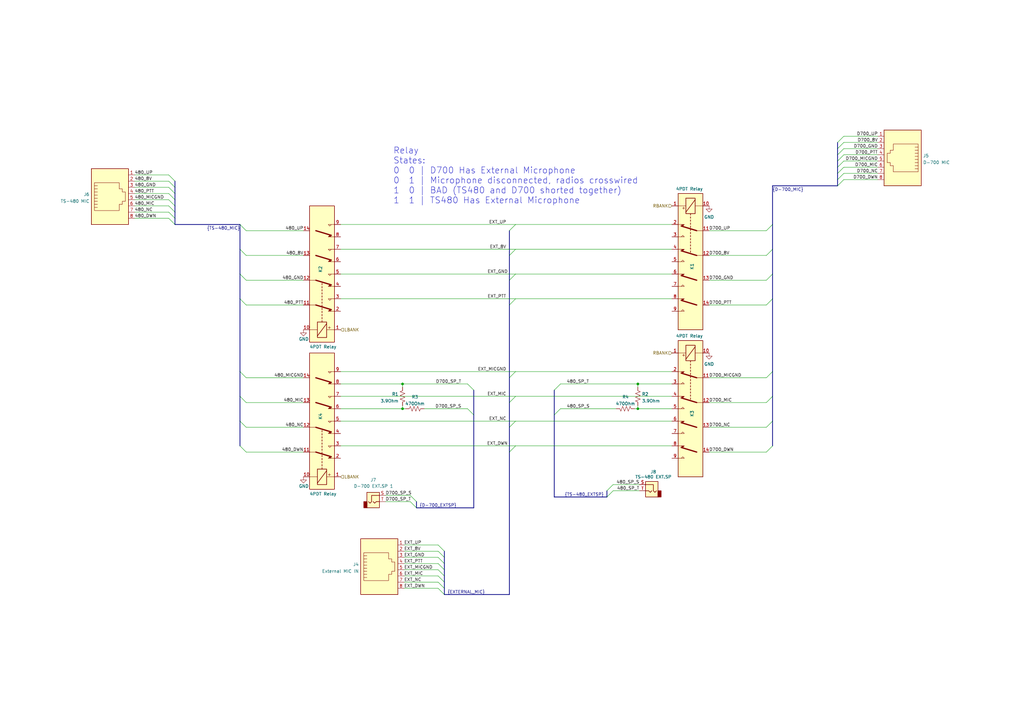
<source format=kicad_sch>
(kicad_sch (version 20211123) (generator eeschema)
  (paper "A3")
  (lib_symbols
    (symbol "Connector:AudioJack2"
      (property "Reference" "J" (at 0 8.89 0))
      (property "Value" "AudioJack2" (at 0 6.35 0))
      (symbol "AudioJack2_0_1"
        (rectangle (start -3.81 0) (end -2.54 -2.54) (stroke (width 0.254)) (fill (type outline)))
        (rectangle (start -2.54 3.81) (end 2.54 -2.54) (stroke (width 0.254)) (fill (type background)))
        (polyline (pts (xy 0 0) (xy 0.635 -0.635) (xy 1.27 0) (xy 2.54 0)) (stroke (width 0.254)))
        (polyline (pts (xy 2.54 2.54) (xy -0.635 2.54) (xy -0.635 0) (xy -1.27 -0.635) (xy -1.905 0)) (stroke (width 0.254)))
      )
      (symbol "AudioJack2_1_1"
        (pin passive line (at 5.08 2.54 180) (length 2.54) (name "~") (number "S"))
        (pin passive line (at 5.08 0 180) (length 2.54) (name "~") (number "T"))
      )
    )
    (symbol "Connector:RJ45" (pin_names (offset 1.016))
      (property "Reference" "J" (at -5.08 13.97 0))
      (property "Value" "RJ45" (at 2.54 13.97 0))
      (symbol "RJ45_0_1"
        (polyline (pts (xy -5.08 4.445) (xy -6.35 4.445)))
        (polyline (pts (xy -5.08 5.715) (xy -6.35 5.715)))
        (polyline (pts (xy -6.35 -3.175) (xy -5.08 -3.175) (xy -5.08 -3.175)))
        (polyline (pts (xy -6.35 -1.905) (xy -5.08 -1.905) (xy -5.08 -1.905)))
        (polyline (pts (xy -6.35 -0.635) (xy -5.08 -0.635) (xy -5.08 -0.635)))
        (polyline (pts (xy -6.35 0.635) (xy -5.08 0.635) (xy -5.08 0.635)))
        (polyline (pts (xy -6.35 1.905) (xy -5.08 1.905) (xy -5.08 1.905)))
        (polyline (pts (xy -5.08 3.175) (xy -6.35 3.175) (xy -6.35 3.175)))
        (polyline (pts (xy -6.35 -4.445) (xy -6.35 6.985) (xy 3.81 6.985) (xy 3.81 4.445) (xy 5.08 4.445) (xy 5.08 3.175) (xy 6.35 3.175) (xy 6.35 -0.635) (xy 5.08 -0.635) (xy 5.08 -1.905) (xy 3.81 -1.905) (xy 3.81 -4.445) (xy -6.35 -4.445) (xy -6.35 -4.445)))
        (rectangle (start 7.62 12.7) (end -7.62 -10.16) (stroke (width 0.254)) (fill (type background)))
      )
      (symbol "RJ45_1_1"
        (pin passive line (at 10.16 -7.62 180) (length 2.54) (name "~") (number "1"))
        (pin passive line (at 10.16 -5.08 180) (length 2.54) (name "~") (number "2"))
        (pin passive line (at 10.16 -2.54 180) (length 2.54) (name "~") (number "3"))
        (pin passive line (at 10.16 0 180) (length 2.54) (name "~") (number "4"))
        (pin passive line (at 10.16 2.54 180) (length 2.54) (name "~") (number "5"))
        (pin passive line (at 10.16 5.08 180) (length 2.54) (name "~") (number "6"))
        (pin passive line (at 10.16 7.62 180) (length 2.54) (name "~") (number "7"))
        (pin passive line (at 10.16 10.16 180) (length 2.54) (name "~") (number "8"))
      )
    )
    (symbol "Device:R_US" (pin_numbers hide) (pin_names (offset 0))
      (property "Reference" "R" (at 2.54 0 90))
      (property "Value" "R_US" (at -2.54 0 90))
      (symbol "R_US_0_1"
        (polyline (pts (xy 0 -2.286) (xy 0 -2.54)))
        (polyline (pts (xy 0 2.286) (xy 0 2.54)))
        (polyline (pts (xy 0 -0.762) (xy 1.016 -1.143) (xy 0 -1.524) (xy -1.016 -1.905) (xy 0 -2.286)))
        (polyline (pts (xy 0 0.762) (xy 1.016 0.381) (xy 0 0) (xy -1.016 -0.381) (xy 0 -0.762)))
        (polyline (pts (xy 0 2.286) (xy 1.016 1.905) (xy 0 1.524) (xy -1.016 1.143) (xy 0 0.762)))
      )
      (symbol "R_US_1_1"
        (pin passive line (at 0 3.81 270) (length 1.27) (name "~") (number "1"))
        (pin passive line (at 0 -3.81 90) (length 1.27) (name "~") (number "2"))
      )
    )
    (symbol "Relay:EC2-3NU"
      (property "Reference" "K?" (at 16.002 0.9085 0))
      (property "Value" "4PDT Relay" (at 16.002 -1.8666 0))
      (symbol "EC2-3NU_1_1"
        (rectangle (start -15.24 5.08) (end 40.64 -5.08) (stroke (width 0.254)) (fill (type background)))
        (rectangle (start -13.335 1.905) (end -6.985 -1.905) (stroke (width 0.254)))
        (polyline (pts (xy -12.7 -1.905) (xy -7.62 1.905)) (stroke (width 0.254)))
        (polyline (pts (xy -10.16 -5.08) (xy -10.16 -1.905)))
        (polyline (pts (xy -10.16 5.08) (xy -10.16 1.905)))
        (polyline (pts (xy -6.985 0) (xy -6.35 0)) (stroke (width 0.254)))
        (polyline (pts (xy -5.715 0) (xy -5.08 0)) (stroke (width 0.254)))
        (polyline (pts (xy -4.445 0) (xy -3.81 0)) (stroke (width 0.254)))
        (polyline (pts (xy -3.175 0) (xy -2.54 0)) (stroke (width 0.254)))
        (polyline (pts (xy -1.905 0) (xy -1.27 0)) (stroke (width 0.254)))
        (polyline (pts (xy -0.635 0) (xy 0 0)) (stroke (width 0.254)))
        (polyline (pts (xy 0 -2.54) (xy -1.905 3.81)) (stroke (width 0.508)))
        (polyline (pts (xy 0 -2.54) (xy 0 -5.08)))
        (polyline (pts (xy 0.635 0) (xy 1.27 0)) (stroke (width 0.254)))
        (polyline (pts (xy 1.905 0) (xy 2.54 0)) (stroke (width 0.254)))
        (polyline (pts (xy 3.175 0) (xy 3.81 0)) (stroke (width 0.254)))
        (polyline (pts (xy 4.445 0) (xy 5.08 0)) (stroke (width 0.254)))
        (polyline (pts (xy 5.715 0) (xy 6.35 0)) (stroke (width 0.254)))
        (polyline (pts (xy 6.985 0) (xy 7.62 0)) (stroke (width 0.254)))
        (polyline (pts (xy 8.255 0) (xy 8.89 0)) (stroke (width 0.254)))
        (polyline (pts (xy 10.16 -2.54) (xy 8.255 3.81)) (stroke (width 0.508)))
        (polyline (pts (xy 10.16 -2.54) (xy 10.16 -5.08)))
        (polyline (pts (xy 20.32 -2.54) (xy 18.415 3.81)) (stroke (width 0.508)))
        (polyline (pts (xy 30.48 -2.54) (xy 28.575 3.81)) (stroke (width 0.508)))
        (polyline (pts (xy -2.54 5.08) (xy -2.54 2.54) (xy -1.905 3.175) (xy -2.54 3.81)) (fill (type outline)))
        (polyline (pts (xy 2.54 5.08) (xy 2.54 2.54) (xy 1.905 3.175) (xy 2.54 3.81)))
        (polyline (pts (xy 7.62 5.08) (xy 7.62 2.54) (xy 8.255 3.175) (xy 7.62 3.81)) (fill (type outline)))
        (polyline (pts (xy 12.7 5.08) (xy 12.7 2.54) (xy 12.065 3.175) (xy 12.7 3.81)))
        (polyline (pts (xy 17.78 5.08) (xy 17.78 2.54) (xy 18.415 3.175) (xy 17.78 3.81)) (fill (type outline)))
        (polyline (pts (xy 22.86 5.08) (xy 22.86 2.54) (xy 22.225 3.175) (xy 22.86 3.81)))
        (polyline (pts (xy 27.94 5.08) (xy 27.94 2.54) (xy 28.575 3.175) (xy 27.94 3.81)) (fill (type outline)))
        (polyline (pts (xy 33.02 5.08) (xy 33.02 2.54) (xy 32.385 3.175) (xy 33.02 3.81)))
        (text "+" (at -9.271 2.921 0) (effects (font (size 1.27 1.27))))
        (pin passive line (at -10.16 7.62 270) (length 2.54) (name "~") (number "1"))
        (pin passive line (at -10.16 -7.62 90) (length 2.54) (name "~") (number "10"))
        (pin passive line (at 0 -7.62 90) (length 2.54) (name "~") (number "11"))
        (pin passive line (at 10.16 -7.62 90) (length 2.54) (name "~") (number "12"))
        (pin passive line (at 20.32 -7.62 90) (length 2.54) (name "~") (number "13"))
        (pin passive line (at 30.48 -7.62 90) (length 2.54) (name "~") (number "14"))
        (pin passive line (at -2.54 7.62 270) (length 2.54) (name "~") (number "2"))
        (pin passive line (at 2.54 7.62 270) (length 2.54) (name "~") (number "3"))
        (pin passive line (at 7.62 7.62 270) (length 2.54) (name "~") (number "4"))
        (pin passive line (at 12.7 7.62 270) (length 2.54) (name "~") (number "5"))
        (pin passive line (at 17.78 7.62 270) (length 2.54) (name "~") (number "6"))
        (pin passive line (at 22.86 7.62 270) (length 2.54) (name "~") (number "7"))
        (pin passive line (at 27.94 7.62 270) (length 2.54) (name "~") (number "8"))
        (pin passive line (at 33.02 7.62 270) (length 2.54) (name "~") (number "9"))
      )
    )
    (symbol "power:GND" (power) (pin_names (offset 0))
      (property "Value" "GND" (at 0 -3.81 0))
      (symbol "GND_0_1"
        (polyline (pts (xy 0 0) (xy 0 -1.27) (xy 1.27 -1.27) (xy 0 -2.54) (xy -1.27 -1.27) (xy 0 -1.27)))
      )
      (symbol "GND_1_1"
        (pin power_in line (at 0 0 270) (length 0) hide (name "GND") (number "1"))
      )
    )
  )
  (bus_alias "D-700_EXTSP1" (members "SP_T" "SP_S"))
  (bus_alias "TS-480_EXTSP" (members "SP_T" "SP_S"))
  (bus_alias "D-700_EXTSP2" (members "SP_T" "SP_S"))
  (bus_alias "TS-480_MIC" (members "UP" "8V" "GND" "PTT" "MICGND" "MIC" "NC" "DWN"))
  (bus_alias "EXTERNAL_MIC" (members "UP" "8V" "GND" "PTT" "MICGND" "MIC" "NC" "DWN"))
  (bus_alias "D-700_MIC" (members "UP" "8V" "GND" "PTT" "MICGND" "MIC" "NC" "DWN"))
  (junction (at 261.62 167.64))
  (junction (at 165.1 157.48))
  (junction (at 165.1 167.64))
  (junction (at 261.62 157.48))
  (bus_entry (at 179.705 231.14) (size 2.54 2.54))
  (bus_entry (at 179.705 241.3) (size 2.54 2.54))
  (bus_entry (at 316.865 172.72) (size -2.54 2.54))
  (bus_entry (at 98.425 182.88) (size 2.54 2.54))
  (bus_entry (at 346.075 63.5) (size -2.54 2.54))
  (bus_entry (at 179.705 238.76) (size 2.54 2.54))
  (bus_entry (at 316.865 112.395) (size -2.54 2.54))
  (bus_entry (at 179.705 228.6) (size 2.54 2.54))
  (bus_entry (at 251.46 201.295) (size -2.54 2.54))
  (bus_entry (at 98.425 162.56) (size 2.54 2.54))
  (bus_entry (at 98.425 122.555) (size 2.54 2.54))
  (bus_entry (at 211.455 152.4) (size -2.54 2.54))
  (bus_entry (at 211.455 182.88) (size -2.54 2.54))
  (bus_entry (at 211.455 172.72) (size -2.54 2.54))
  (bus_entry (at 211.455 162.56) (size -2.54 2.54))
  (bus_entry (at 69.215 89.535) (size 2.54 2.54))
  (bus_entry (at 168.275 205.74) (size 2.54 2.54))
  (bus_entry (at 191.77 157.48) (size 2.54 2.54))
  (bus_entry (at 346.075 66.04) (size -2.54 2.54))
  (bus_entry (at 316.865 92.075) (size -2.54 2.54))
  (bus_entry (at 316.865 122.555) (size -2.54 2.54))
  (bus_entry (at 346.075 68.58) (size -2.54 2.54))
  (bus_entry (at 98.425 152.4) (size 2.54 2.54))
  (bus_entry (at 316.865 152.4) (size -2.54 2.54))
  (bus_entry (at 98.425 92.075) (size 2.54 2.54))
  (bus_entry (at 346.075 55.88) (size -2.54 2.54))
  (bus_entry (at 69.215 74.295) (size 2.54 2.54))
  (bus_entry (at 69.215 86.995) (size 2.54 2.54))
  (bus_entry (at 251.46 198.755) (size -2.54 2.54))
  (bus_entry (at 179.705 233.68) (size 2.54 2.54))
  (bus_entry (at 211.455 112.395) (size -2.54 2.54))
  (bus_entry (at 69.215 84.455) (size 2.54 2.54))
  (bus_entry (at 191.77 167.64) (size 2.54 2.54))
  (bus_entry (at 69.215 79.375) (size 2.54 2.54))
  (bus_entry (at 316.865 162.56) (size -2.54 2.54))
  (bus_entry (at 98.425 102.235) (size 2.54 2.54))
  (bus_entry (at 98.425 112.395) (size 2.54 2.54))
  (bus_entry (at 346.075 58.42) (size -2.54 2.54))
  (bus_entry (at 316.865 102.235) (size -2.54 2.54))
  (bus_entry (at 229.87 157.48) (size -2.54 2.54))
  (bus_entry (at 211.455 92.075) (size -2.54 2.54))
  (bus_entry (at 179.705 223.52) (size 2.54 2.54))
  (bus_entry (at 229.87 167.64) (size -2.54 2.54))
  (bus_entry (at 168.275 203.2) (size 2.54 2.54))
  (bus_entry (at 69.215 76.835) (size 2.54 2.54))
  (bus_entry (at 179.705 226.06) (size 2.54 2.54))
  (bus_entry (at 211.455 122.555) (size -2.54 2.54))
  (bus_entry (at 346.075 73.66) (size -2.54 2.54))
  (bus_entry (at 98.425 172.72) (size 2.54 2.54))
  (bus_entry (at 211.455 102.235) (size -2.54 2.54))
  (bus_entry (at 179.705 236.22) (size 2.54 2.54))
  (bus_entry (at 69.215 71.755) (size 2.54 2.54))
  (bus_entry (at 316.865 182.88) (size -2.54 2.54))
  (bus_entry (at 69.215 81.915) (size 2.54 2.54))
  (bus_entry (at 346.075 60.96) (size -2.54 2.54))
  (bus_entry (at 346.075 71.12) (size -2.54 2.54))
  (wire (pts (xy 165.735 233.68) (xy 179.705 233.68)))
  (bus (pts (xy 343.535 68.58) (xy 343.535 71.12)))
  (wire (pts (xy 158.115 205.74) (xy 168.275 205.74)))
  (wire (pts (xy 360.045 68.58) (xy 346.075 68.58)))
  (wire (pts (xy 100.965 104.775) (xy 124.46 104.775)))
  (bus (pts (xy 182.245 236.22) (xy 182.245 238.76)))
  (wire (pts (xy 100.965 114.935) (xy 124.46 114.935)))
  (wire (pts (xy 314.325 185.42) (xy 290.83 185.42)))
  (bus (pts (xy 316.865 92.075) (xy 316.865 102.235)))
  (wire (pts (xy 211.455 162.56) (xy 275.59 162.56)))
  (bus (pts (xy 71.755 79.375) (xy 71.755 81.915)))
  (wire (pts (xy 261.62 157.48) (xy 275.59 157.48)))
  (bus (pts (xy 343.535 60.96) (xy 343.535 63.5)))
  (wire (pts (xy 360.045 71.12) (xy 346.075 71.12)))
  (bus (pts (xy 343.535 71.12) (xy 343.535 73.66)))
  (bus (pts (xy 170.815 205.74) (xy 170.815 208.28)))
  (wire (pts (xy 229.87 167.64) (xy 252.73 167.64)))
  (wire (pts (xy 139.7 162.56) (xy 211.455 162.56)))
  (wire (pts (xy 314.325 125.095) (xy 290.83 125.095)))
  (wire (pts (xy 165.1 167.64) (xy 166.37 167.64)))
  (bus (pts (xy 182.245 238.76) (xy 182.245 241.3)))
  (bus (pts (xy 71.755 84.455) (xy 71.755 86.995)))
  (wire (pts (xy 229.87 157.48) (xy 261.62 157.48)))
  (bus (pts (xy 208.915 125.095) (xy 208.915 154.94)))
  (wire (pts (xy 100.965 154.94) (xy 124.46 154.94)))
  (wire (pts (xy 360.045 73.66) (xy 346.075 73.66)))
  (wire (pts (xy 100.965 165.1) (xy 124.46 165.1)))
  (bus (pts (xy 98.425 102.235) (xy 98.425 112.395)))
  (wire (pts (xy 139.7 152.4) (xy 211.455 152.4)))
  (wire (pts (xy 55.245 79.375) (xy 69.215 79.375)))
  (wire (pts (xy 314.325 94.615) (xy 290.83 94.615)))
  (wire (pts (xy 165.735 223.52) (xy 179.705 223.52)))
  (wire (pts (xy 100.965 175.26) (xy 124.46 175.26)))
  (wire (pts (xy 165.1 166.37) (xy 165.1 167.64)))
  (wire (pts (xy 261.62 158.75) (xy 261.62 157.48)))
  (wire (pts (xy 360.045 55.88) (xy 346.075 55.88)))
  (wire (pts (xy 360.045 66.04) (xy 346.075 66.04)))
  (bus (pts (xy 71.755 86.995) (xy 71.755 89.535)))
  (bus (pts (xy 208.915 104.775) (xy 208.915 114.935)))
  (wire (pts (xy 360.045 58.42) (xy 346.075 58.42)))
  (bus (pts (xy 98.425 122.555) (xy 98.425 152.4)))
  (wire (pts (xy 211.455 102.235) (xy 275.59 102.235)))
  (bus (pts (xy 194.31 170.18) (xy 194.31 160.02)))
  (wire (pts (xy 261.62 166.37) (xy 261.62 167.64)))
  (wire (pts (xy 158.115 203.2) (xy 168.275 203.2)))
  (wire (pts (xy 55.245 84.455) (xy 69.215 84.455)))
  (wire (pts (xy 139.7 157.48) (xy 165.1 157.48)))
  (wire (pts (xy 165.735 231.14) (xy 179.705 231.14)))
  (bus (pts (xy 182.245 231.14) (xy 182.245 233.68)))
  (bus (pts (xy 208.915 154.94) (xy 208.915 165.1)))
  (wire (pts (xy 211.455 122.555) (xy 275.59 122.555)))
  (bus (pts (xy 182.245 233.68) (xy 182.245 236.22)))
  (bus (pts (xy 71.755 81.915) (xy 71.755 84.455)))
  (wire (pts (xy 100.965 94.615) (xy 124.46 94.615)))
  (wire (pts (xy 165.735 226.06) (xy 179.705 226.06)))
  (bus (pts (xy 227.33 170.18) (xy 227.33 160.02)))
  (bus (pts (xy 343.535 63.5) (xy 343.535 66.04)))
  (bus (pts (xy 182.245 241.3) (xy 182.245 243.84)))
  (wire (pts (xy 55.245 74.295) (xy 69.215 74.295)))
  (wire (pts (xy 314.325 114.935) (xy 290.83 114.935)))
  (bus (pts (xy 316.865 122.555) (xy 316.865 152.4)))
  (bus (pts (xy 343.535 66.04) (xy 343.535 68.58)))
  (bus (pts (xy 182.245 243.84) (xy 208.915 243.84)))
  (wire (pts (xy 139.7 182.88) (xy 211.455 182.88)))
  (wire (pts (xy 173.99 167.64) (xy 191.77 167.64)))
  (bus (pts (xy 343.535 73.66) (xy 343.535 76.2)))
  (bus (pts (xy 98.425 162.56) (xy 98.425 172.72)))
  (wire (pts (xy 165.1 157.48) (xy 165.1 158.75)))
  (wire (pts (xy 211.455 152.4) (xy 275.59 152.4)))
  (bus (pts (xy 182.245 228.6) (xy 182.245 231.14)))
  (wire (pts (xy 139.7 172.72) (xy 211.455 172.72)))
  (bus (pts (xy 98.425 112.395) (xy 98.425 122.555)))
  (bus (pts (xy 71.755 74.295) (xy 71.755 76.835)))
  (bus (pts (xy 208.915 185.42) (xy 208.915 243.84)))
  (wire (pts (xy 314.325 154.94) (xy 290.83 154.94)))
  (wire (pts (xy 211.455 172.72) (xy 275.59 172.72)))
  (bus (pts (xy 71.755 76.835) (xy 71.755 79.375)))
  (wire (pts (xy 211.455 112.395) (xy 275.59 112.395)))
  (bus (pts (xy 316.865 152.4) (xy 316.865 162.56)))
  (bus (pts (xy 98.425 152.4) (xy 98.425 162.56)))
  (bus (pts (xy 227.33 170.18) (xy 227.33 203.835)))
  (bus (pts (xy 71.755 92.075) (xy 98.425 92.075)))
  (wire (pts (xy 139.7 112.395) (xy 211.455 112.395)))
  (wire (pts (xy 314.325 175.26) (xy 290.83 175.26)))
  (wire (pts (xy 139.7 167.64) (xy 165.1 167.64)))
  (bus (pts (xy 316.865 112.395) (xy 316.865 122.555)))
  (wire (pts (xy 165.735 238.76) (xy 179.705 238.76)))
  (wire (pts (xy 55.245 89.535) (xy 69.215 89.535)))
  (bus (pts (xy 316.865 76.2) (xy 316.865 92.075)))
  (wire (pts (xy 262.255 201.295) (xy 251.46 201.295)))
  (wire (pts (xy 165.735 236.22) (xy 179.705 236.22)))
  (wire (pts (xy 55.245 81.915) (xy 69.215 81.915)))
  (wire (pts (xy 211.455 92.075) (xy 275.59 92.075)))
  (wire (pts (xy 139.7 92.075) (xy 211.455 92.075)))
  (bus (pts (xy 182.245 226.06) (xy 182.245 228.6)))
  (wire (pts (xy 139.7 122.555) (xy 211.455 122.555)))
  (wire (pts (xy 165.735 228.6) (xy 179.705 228.6)))
  (wire (pts (xy 55.245 86.995) (xy 69.215 86.995)))
  (bus (pts (xy 208.915 94.615) (xy 208.915 104.775)))
  (bus (pts (xy 343.535 76.2) (xy 316.865 76.2)))
  (bus (pts (xy 208.915 175.26) (xy 208.915 185.42)))
  (wire (pts (xy 55.245 71.755) (xy 69.215 71.755)))
  (bus (pts (xy 227.33 203.835) (xy 248.92 203.835)))
  (bus (pts (xy 71.755 89.535) (xy 71.755 92.075)))
  (wire (pts (xy 261.62 167.64) (xy 260.35 167.64)))
  (bus (pts (xy 98.425 172.72) (xy 98.425 182.88)))
  (wire (pts (xy 139.7 102.235) (xy 211.455 102.235)))
  (wire (pts (xy 314.325 165.1) (xy 290.83 165.1)))
  (bus (pts (xy 316.865 162.56) (xy 316.865 172.72)))
  (bus (pts (xy 170.815 208.28) (xy 194.31 208.28)))
  (bus (pts (xy 316.865 102.235) (xy 316.865 112.395)))
  (wire (pts (xy 314.325 104.775) (xy 290.83 104.775)))
  (wire (pts (xy 262.255 198.755) (xy 251.46 198.755)))
  (wire (pts (xy 165.735 241.3) (xy 179.705 241.3)))
  (wire (pts (xy 55.245 76.835) (xy 69.215 76.835)))
  (bus (pts (xy 208.915 165.1) (xy 208.915 175.26)))
  (wire (pts (xy 360.045 63.5) (xy 346.075 63.5)))
  (wire (pts (xy 100.965 185.42) (xy 124.46 185.42)))
  (bus (pts (xy 194.31 170.18) (xy 194.31 208.28)))
  (bus (pts (xy 98.425 92.075) (xy 98.425 102.235)))
  (wire (pts (xy 100.965 125.095) (xy 124.46 125.095)))
  (bus (pts (xy 208.915 114.935) (xy 208.915 125.095)))
  (wire (pts (xy 360.045 60.96) (xy 346.075 60.96)))
  (wire (pts (xy 261.62 167.64) (xy 275.59 167.64)))
  (bus (pts (xy 248.92 201.295) (xy 248.92 203.835)))
  (bus (pts (xy 343.535 58.42) (xy 343.535 60.96)))
  (bus (pts (xy 316.865 172.72) (xy 316.865 182.88)))
  (wire (pts (xy 165.1 157.48) (xy 191.77 157.48)))
  (wire (pts (xy 211.455 182.88) (xy 275.59 182.88)))
  (text "Relay\nStates:\n0  0 | D700 Has External Microphone\n0  1 | Microphone disconnected, radios crosswired\n1  0 | BAD (TS480 and D700 shorted together) \n1  1 | TS480 Has External Microphone " (at 161.29 83.82 0) (effects (font (size 2.54 2.54)) (justify left bottom)))
  (label "D700_SP_S" (at 189.23 167.64 180))
  (label "480_GND" (at 55.245 76.835 0))
  (label "480_SP_T" (at 262.255 201.295 180))
  (label "D700_DWN" (at 290.83 185.42 0))
  (label "D700_UP" (at 290.83 94.615 0))
  (label "D700_NC" (at 290.83 175.26 0))
  (label "EXT_MICGND" (at 165.735 233.68 0))
  (label "480_PTT" (at 55.245 79.375 0))
  (label "EXT_UP" (at 207.645 92.075 180))
  (label "480_8V" (at 124.46 104.775 180))
  (label "EXT_PTT" (at 207.645 122.555 180))
  (label "D700_SP_T" (at 158.115 205.74 0))
  (label "EXT_NC" (at 207.645 172.72 180))
  (label "480_DWN" (at 55.245 89.535 0))
  (label "EXT_MIC" (at 165.735 236.22 0))
  (label "{TS-480_MIC}" (at 98.425 94.615 180))
  (label "D700_MIC" (at 360.045 68.58 180))
  (label "EXT_8V" (at 207.645 102.235 180))
  (label "D700_UP" (at 360.045 55.88 180))
  (label "EXT_GND" (at 208.28 112.395 180))
  (label "{D-700_MIC}" (at 316.865 78.74 0))
  (label "D700_8V" (at 290.83 104.775 0))
  (label "{D-700_EXTSP}" (at 172.085 208.28 0))
  (label "D700_GND" (at 290.83 114.935 0))
  (label "480_UP" (at 55.245 71.755 0))
  (label "480_DWN" (at 124.46 185.42 180))
  (label "{EXTERNAL_MIC}" (at 183.515 243.84 0))
  (label "D700_SP_S" (at 158.115 203.2 0))
  (label "480_MICGND" (at 55.245 81.915 0))
  (label "480_MIC" (at 124.46 165.1 180))
  (label "EXT_DWN" (at 208.28 182.88 180))
  (label "D700_SP_T" (at 189.23 157.48 180))
  (label "D700_DWN" (at 360.045 73.66 180))
  (label "EXT_8V" (at 165.735 226.06 0))
  (label "D700_PTT" (at 290.83 125.095 0))
  (label "D700_MICGND" (at 290.83 154.94 0))
  (label "EXT_PTT" (at 165.735 231.14 0))
  (label "480_GND" (at 124.46 114.935 180))
  (label "480_MIC" (at 55.245 84.455 0))
  (label "{TS-480_EXTSP}" (at 247.65 203.835 180))
  (label "480_UP" (at 124.46 94.615 180))
  (label "EXT_MIC" (at 207.645 162.56 180))
  (label "EXT_UP" (at 165.735 223.52 0))
  (label "D700_PTT" (at 360.045 63.5 180))
  (label "480_SP_S" (at 232.41 167.64 0))
  (label "EXT_DWN" (at 165.735 241.3 0))
  (label "D700_NC" (at 360.045 71.12 180))
  (label "480_8V" (at 55.245 74.295 0))
  (label "480_PTT" (at 124.46 125.095 180))
  (label "480_MICGND" (at 124.46 154.94 180))
  (label "480_NC" (at 124.46 175.26 180))
  (label "D700_MICGND" (at 360.045 66.04 180))
  (label "480_SP_T" (at 232.41 157.48 0))
  (label "EXT_NC" (at 165.735 238.76 0))
  (label "D700_8V" (at 360.045 58.42 180))
  (label "480_NC" (at 55.245 86.995 0))
  (label "D700_GND" (at 360.045 60.96 180))
  (label "EXT_MICGND" (at 207.645 152.4 180))
  (label "480_SP_S" (at 262.255 198.755 180))
  (label "EXT_GND" (at 165.735 228.6 0))
  (label "D700_MIC" (at 290.83 165.1 0))
  (hierarchical_label "LBANK" (shape input) (at 139.7 135.255 0))
  (hierarchical_label "RBANK" (shape input) (at 275.59 144.78 180))
  (hierarchical_label "RBANK" (shape input) (at 275.59 84.455 180))
  (hierarchical_label "LBANK" (shape input) (at 139.7 195.58 0))
  (symbol (lib_id "Relay:EC2-3NU") (at 132.08 125.095 270) (mirror x) (unit 1)
    (property "Reference" "K2" (at 131.445 111.76 0) (effects (justify left)))
    (property "Value" "4PDT Relay" (at 127 142.24 90) (effects (justify left)))
    (property "Footprint" "Connector_PinHeader_2.54mm:PinHeader_1x14_P2.54mm_Horizontal" (effects hide))
  )
  (symbol (lib_id "Relay:EC2-3NU") (at 283.21 94.615 90) (mirror x) (unit 1)
    (property "Reference" "K1" (at 283.845 107.95 0) (effects (justify left)))
    (property "Value" "4PDT Relay" (at 288.29 77.47 90) (effects (justify left)))
    (property "Footprint" "Connector_PinHeader_2.54mm:PinHeader_1x14_P2.54mm_Horizontal" (effects hide))
  )
  (symbol (lib_id "Connector:AudioJack2") (at 153.035 205.74 0) (unit 1)
    (property "Reference" "J7" (at 154.305 196.85 0) (effects (justify right)))
    (property "Value" "D-700 EXT.SP 1" (at 161.29 199.39 0) (effects (justify right)))
    (property "Footprint" "Connector_Audio:Jack_3.5mm_Switronic_ST-005-G_horizontal" (effects hide))
  )
  (symbol (lib_id "Connector:RJ45") (at 155.575 231.14 0) (mirror x) (unit 1)
    (property "Reference" "J4" (at 147.193 231.5015 0) (effects (justify right)))
    (property "Value" "External MIC IN" (at 147.193 234.2766 0) (effects (justify right)))
    (property "Footprint" "Connector_RJ:RJ45_Amphenol_54602-x08_Horizontal" (effects hide))
  )
  (symbol (lib_id "power:GND") (at 124.46 195.58 0) (mirror y) (unit 1)
    (property "Reference" "#PWR06" (effects hide))
    (property "Value" "GND" (at 122.555 199.39 0) (effects (justify right)))
  )
  (symbol (lib_id "Device:R_US") (at 170.18 167.64 270) (unit 1)
    (property "Reference" "R3" (at 170.18 162.7845 90))
    (property "Value" "470Ohm" (at 170.18 165.5596 90))
  )
  (symbol (lib_id "Device:R_US") (at 256.54 167.64 90) (mirror x) (unit 1)
    (property "Reference" "R4" (at 256.54 162.7845 90))
    (property "Value" "470Ohm" (at 256.54 165.5596 90))
  )
  (symbol (lib_id "Connector:RJ45") (at 45.085 79.375 0) (mirror x) (unit 1)
    (property "Reference" "J6" (at 36.7031 79.7365 0) (effects (justify right)))
    (property "Value" "TS-480 MIC" (at 36.7031 82.5116 0) (effects (justify right)))
    (property "Footprint" "Connector_RJ:RJ45_Amphenol_54602-x08_Horizontal" (effects hide))
  )
  (symbol (lib_id "Device:R_US") (at 165.1 162.56 0) (mirror y) (unit 1)
    (property "Reference" "R1" (at 163.449 161.6515 0) (effects (justify left)))
    (property "Value" "3.9Ohm" (at 163.449 164.4266 0) (effects (justify left)))
  )
  (symbol (lib_id "Relay:EC2-3NU") (at 283.21 154.94 90) (mirror x) (unit 1)
    (property "Reference" "K3" (at 283.845 168.275 0) (effects (justify left)))
    (property "Value" "4PDT Relay" (at 288.29 137.795 90) (effects (justify left)))
    (property "Footprint" "Connector_PinHeader_2.54mm:PinHeader_1x14_P2.54mm_Horizontal" (effects hide))
  )
  (symbol (lib_id "Connector:AudioJack2") (at 267.335 201.295 0) (mirror y) (unit 1)
    (property "Reference" "J8" (at 267.97 193.5185 0))
    (property "Value" "TS-480 EXT.SP" (at 267.97 195.58 0))
    (property "Footprint" "Connector_Audio:Jack_3.5mm_Switronic_ST-005-G_horizontal" (effects hide))
  )
  (symbol (lib_id "power:GND") (at 124.46 135.255 0) (unit 1)
    (property "Reference" "#PWR04" (effects hide))
    (property "Value" "GND" (at 122.555 139.065 0) (effects (justify left)))
  )
  (symbol (lib_id "Connector:RJ45") (at 370.205 63.5 180) (unit 1)
    (property "Reference" "J5" (at 378.587 63.8615 0) (effects (justify right)))
    (property "Value" "D-700 MIC" (at 378.587 66.6366 0) (effects (justify right)))
    (property "Footprint" "Connector_RJ:RJ45_Amphenol_54602-x08_Horizontal" (effects hide))
  )
  (symbol (lib_id "Relay:EC2-3NU") (at 132.08 185.42 270) (mirror x) (unit 1)
    (property "Reference" "K4" (at 131.445 172.085 0) (effects (justify left)))
    (property "Value" "4PDT Relay" (at 127 202.565 90) (effects (justify left)))
    (property "Footprint" "Connector_PinHeader_2.54mm:PinHeader_1x14_P2.54mm_Horizontal" (effects hide))
  )
  (symbol (lib_id "Device:R_US") (at 261.62 162.56 0) (unit 1)
    (property "Reference" "R2" (at 263.271 161.6515 0) (effects (justify left)))
    (property "Value" "3.9Ohm" (at 263.271 164.4266 0) (effects (justify left)))
  )
  (symbol (lib_id "power:GND") (at 290.83 144.78 0) (mirror y) (unit 1)
    (property "Reference" "#PWR05" (effects hide))
    (property "Value" "GND" (at 290.83 149.3425 0))
  )
  (symbol (lib_id "power:GND") (at 290.83 84.455 0) (mirror y) (unit 1)
    (property "Reference" "#PWR03" (effects hide))
    (property "Value" "GND" (at 290.83 89.0175 0))
  )
)
</source>
